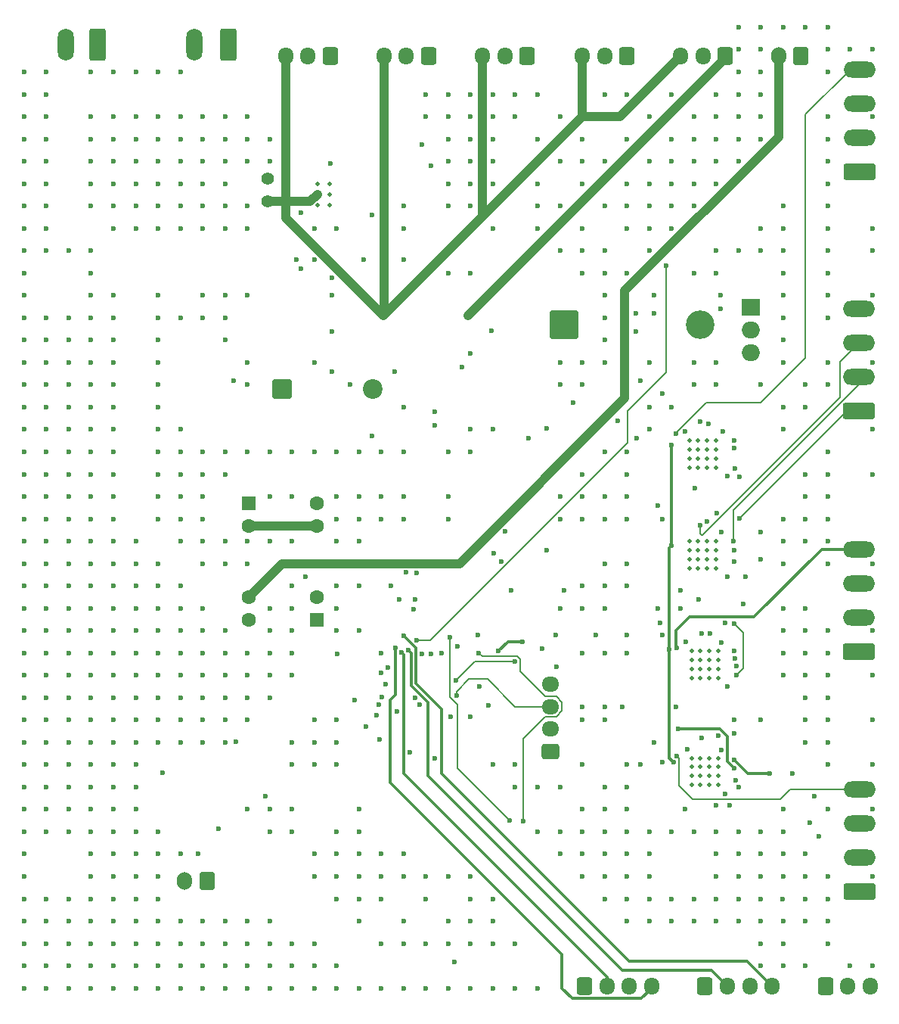
<source format=gbr>
%TF.GenerationSoftware,KiCad,Pcbnew,9.0.2*%
%TF.CreationDate,2025-12-04T18:58:38+01:00*%
%TF.ProjectId,TechStarter,54656368-5374-4617-9274-65722e6b6963,rev?*%
%TF.SameCoordinates,Original*%
%TF.FileFunction,Copper,L3,Inr*%
%TF.FilePolarity,Positive*%
%FSLAX46Y46*%
G04 Gerber Fmt 4.6, Leading zero omitted, Abs format (unit mm)*
G04 Created by KiCad (PCBNEW 9.0.2) date 2025-12-04 18:58:38*
%MOMM*%
%LPD*%
G01*
G04 APERTURE LIST*
G04 Aperture macros list*
%AMRoundRect*
0 Rectangle with rounded corners*
0 $1 Rounding radius*
0 $2 $3 $4 $5 $6 $7 $8 $9 X,Y pos of 4 corners*
0 Add a 4 corners polygon primitive as box body*
4,1,4,$2,$3,$4,$5,$6,$7,$8,$9,$2,$3,0*
0 Add four circle primitives for the rounded corners*
1,1,$1+$1,$2,$3*
1,1,$1+$1,$4,$5*
1,1,$1+$1,$6,$7*
1,1,$1+$1,$8,$9*
0 Add four rect primitives between the rounded corners*
20,1,$1+$1,$2,$3,$4,$5,0*
20,1,$1+$1,$4,$5,$6,$7,0*
20,1,$1+$1,$6,$7,$8,$9,0*
20,1,$1+$1,$8,$9,$2,$3,0*%
G04 Aperture macros list end*
%TA.AperFunction,ComponentPad*%
%ADD10RoundRect,0.250000X0.600000X0.725000X-0.600000X0.725000X-0.600000X-0.725000X0.600000X-0.725000X0*%
%TD*%
%TA.AperFunction,ComponentPad*%
%ADD11O,1.700000X1.950000*%
%TD*%
%TA.AperFunction,ComponentPad*%
%ADD12RoundRect,0.250000X-0.600000X-0.725000X0.600000X-0.725000X0.600000X0.725000X-0.600000X0.725000X0*%
%TD*%
%TA.AperFunction,ComponentPad*%
%ADD13RoundRect,0.250000X0.650000X1.550000X-0.650000X1.550000X-0.650000X-1.550000X0.650000X-1.550000X0*%
%TD*%
%TA.AperFunction,ComponentPad*%
%ADD14O,1.800000X3.600000*%
%TD*%
%TA.AperFunction,ComponentPad*%
%ADD15RoundRect,0.250000X1.550000X-0.650000X1.550000X0.650000X-1.550000X0.650000X-1.550000X-0.650000X0*%
%TD*%
%TA.AperFunction,ComponentPad*%
%ADD16O,3.600000X1.800000*%
%TD*%
%TA.AperFunction,ComponentPad*%
%ADD17RoundRect,0.249999X-0.850001X-0.850001X0.850001X-0.850001X0.850001X0.850001X-0.850001X0.850001X0*%
%TD*%
%TA.AperFunction,ComponentPad*%
%ADD18C,2.200000*%
%TD*%
%TA.AperFunction,HeatsinkPad*%
%ADD19C,0.500000*%
%TD*%
%TA.AperFunction,ComponentPad*%
%ADD20RoundRect,0.250000X0.550000X0.550000X-0.550000X0.550000X-0.550000X-0.550000X0.550000X-0.550000X0*%
%TD*%
%TA.AperFunction,ComponentPad*%
%ADD21C,1.600000*%
%TD*%
%TA.AperFunction,ComponentPad*%
%ADD22RoundRect,0.250000X0.725000X-0.600000X0.725000X0.600000X-0.725000X0.600000X-0.725000X-0.600000X0*%
%TD*%
%TA.AperFunction,ComponentPad*%
%ADD23O,1.950000X1.700000*%
%TD*%
%TA.AperFunction,ComponentPad*%
%ADD24RoundRect,0.250000X-0.550000X-0.550000X0.550000X-0.550000X0.550000X0.550000X-0.550000X0.550000X0*%
%TD*%
%TA.AperFunction,ComponentPad*%
%ADD25RoundRect,0.250000X0.600000X0.750000X-0.600000X0.750000X-0.600000X-0.750000X0.600000X-0.750000X0*%
%TD*%
%TA.AperFunction,ComponentPad*%
%ADD26O,1.700000X2.000000*%
%TD*%
%TA.AperFunction,ComponentPad*%
%ADD27RoundRect,0.250000X-1.350000X-1.350000X1.350000X-1.350000X1.350000X1.350000X-1.350000X1.350000X0*%
%TD*%
%TA.AperFunction,ComponentPad*%
%ADD28C,3.200000*%
%TD*%
%TA.AperFunction,ComponentPad*%
%ADD29C,1.400000*%
%TD*%
%TA.AperFunction,ComponentPad*%
%ADD30R,2.000000X1.905000*%
%TD*%
%TA.AperFunction,ComponentPad*%
%ADD31O,2.000000X1.905000*%
%TD*%
%TA.AperFunction,ViaPad*%
%ADD32C,0.600000*%
%TD*%
%TA.AperFunction,Conductor*%
%ADD33C,1.000000*%
%TD*%
%TA.AperFunction,Conductor*%
%ADD34C,0.200000*%
%TD*%
%TA.AperFunction,Conductor*%
%ADD35C,0.300000*%
%TD*%
G04 APERTURE END LIST*
D10*
%TO.N,+3.3V*%
%TO.C,J7*%
X235000000Y-30695000D03*
D11*
%TO.N,IS5*%
X232500000Y-30695000D03*
%TO.N,GND*%
X230000000Y-30695000D03*
%TD*%
D12*
%TO.N,+3.3V*%
%TO.C,J9*%
X257250000Y-134805000D03*
D11*
%TO.N,IS1*%
X259750000Y-134805000D03*
%TO.N,GND*%
X262250000Y-134805000D03*
%TD*%
D12*
%TO.N,+3.3V*%
%TO.C,J18*%
X243750000Y-134805000D03*
D11*
%TO.N,EB1*%
X246250000Y-134805000D03*
%TO.N,+3.3V*%
X248750000Y-134805000D03*
%TO.N,EB2*%
X251250000Y-134805000D03*
%TD*%
D13*
%TO.N,+24V*%
%TO.C,J16*%
X190350000Y-29432500D03*
D14*
%TO.N,Net-(D4-A)*%
X186540000Y-29432500D03*
%TD*%
D15*
%TO.N,Net-(J2-Pin_1)*%
%TO.C,J2*%
X261067500Y-43660000D03*
D16*
%TO.N,Net-(J2-Pin_2)*%
X261067500Y-39850000D03*
%TO.N,Net-(J2-Pin_3)*%
X261067500Y-36040000D03*
%TO.N,Net-(J2-Pin_4)*%
X261067500Y-32230000D03*
%TD*%
D17*
%TO.N,Net-(D1-K)*%
%TO.C,D1*%
X196420000Y-68000000D03*
D18*
%TO.N,GND*%
X206580000Y-68000000D03*
%TD*%
D19*
%TO.N,GND*%
%TO.C,U12*%
X200350000Y-45000000D03*
X200350000Y-46200000D03*
X200350000Y-47400000D03*
X201750000Y-45000000D03*
X201750000Y-46200000D03*
X201750000Y-47400000D03*
%TD*%
D12*
%TO.N,+3.3V*%
%TO.C,J15*%
X230250000Y-134805000D03*
D11*
%TO.N,EB3*%
X232750000Y-134805000D03*
%TO.N,+3.3V*%
X235250000Y-134805000D03*
%TO.N,EB4*%
X237750000Y-134805000D03*
%TD*%
D20*
%TO.N,Net-(R11-Pad2)*%
%TO.C,U10*%
X200305000Y-93775000D03*
D21*
%TO.N,GND*%
X200305000Y-91235000D03*
%TO.N,Net-(J3-Pin_2)*%
X192685000Y-91235000D03*
%TO.N,+24V*%
X192685000Y-93775000D03*
%TD*%
D19*
%TO.N,GND*%
%TO.C,U8*%
X242235000Y-109250000D03*
X242235000Y-110250000D03*
X242235000Y-111250000D03*
X242235000Y-112250000D03*
X243235000Y-109250000D03*
X243235000Y-110250000D03*
X243235000Y-111250000D03*
X243235000Y-112250000D03*
X244235000Y-109250000D03*
X244235000Y-110250000D03*
X244235000Y-111250000D03*
X244235000Y-112250000D03*
X245235000Y-109250000D03*
X245235000Y-110250000D03*
X245235000Y-111250000D03*
X245235000Y-112250000D03*
%TD*%
D22*
%TO.N,+5V*%
%TO.C,J14*%
X226475000Y-108500000D03*
D23*
%TO.N,TX6*%
X226475000Y-106000000D03*
%TO.N,RX6*%
X226475000Y-103500000D03*
%TO.N,GND*%
X226475000Y-101000000D03*
%TD*%
D10*
%TO.N,+3.3V*%
%TO.C,J10*%
X212800000Y-30695000D03*
D11*
%TO.N,IS2*%
X210300000Y-30695000D03*
%TO.N,GND*%
X207800000Y-30695000D03*
%TD*%
D15*
%TO.N,Net-(J1-Pin_1)*%
%TO.C,J1*%
X261000000Y-70430000D03*
D16*
%TO.N,Net-(J1-Pin_2)*%
X261000000Y-66620000D03*
%TO.N,Net-(J1-Pin_3)*%
X261000000Y-62810000D03*
%TO.N,Net-(J1-Pin_4)*%
X261000000Y-59000000D03*
%TD*%
D10*
%TO.N,+3.3V*%
%TO.C,J11*%
X201800000Y-30695000D03*
D11*
%TO.N,IS3*%
X199300000Y-30695000D03*
%TO.N,GND*%
X196800000Y-30695000D03*
%TD*%
D13*
%TO.N,GND*%
%TO.C,J13*%
X175695000Y-29432500D03*
D14*
%TO.N,+24V*%
X172195000Y-29432500D03*
%TD*%
D24*
%TO.N,Net-(R20-Pad1)*%
%TO.C,U9*%
X192695000Y-80725000D03*
D21*
%TO.N,GND*%
X192695000Y-83265000D03*
X200315000Y-83265000D03*
%TO.N,OutputFromRobot*%
X200315000Y-80725000D03*
%TD*%
D19*
%TO.N,GND*%
%TO.C,U2*%
X241985000Y-73750000D03*
X241985000Y-74750000D03*
X241985000Y-75750000D03*
X241985000Y-76750000D03*
X242985000Y-73750000D03*
X242985000Y-74750000D03*
X242985000Y-75750000D03*
X242985000Y-76750000D03*
X243985000Y-73750000D03*
X243985000Y-74750000D03*
X243985000Y-75750000D03*
X243985000Y-76750000D03*
X244985000Y-73750000D03*
X244985000Y-74750000D03*
X244985000Y-75750000D03*
X244985000Y-76750000D03*
%TD*%
D25*
%TO.N,Net-(J3-Pin_1)*%
%TO.C,J3*%
X254500000Y-30695000D03*
D26*
%TO.N,Net-(J3-Pin_2)*%
X252000000Y-30695000D03*
%TD*%
D19*
%TO.N,GND*%
%TO.C,U6*%
X242235000Y-97300000D03*
X242235000Y-98300000D03*
X242235000Y-99300000D03*
X242235000Y-100300000D03*
X243235000Y-97300000D03*
X243235000Y-98300000D03*
X243235000Y-99300000D03*
X243235000Y-100300000D03*
X244235000Y-97300000D03*
X244235000Y-98300000D03*
X244235000Y-99300000D03*
X244235000Y-100300000D03*
X245235000Y-97300000D03*
X245235000Y-98300000D03*
X245235000Y-99300000D03*
X245235000Y-100300000D03*
%TD*%
D10*
%TO.N,+3.3V*%
%TO.C,J8*%
X223850000Y-30695000D03*
D11*
%TO.N,IS6*%
X221350000Y-30695000D03*
%TO.N,GND*%
X218850000Y-30695000D03*
%TD*%
D25*
%TO.N,+BATT*%
%TO.C,J17*%
X188000000Y-123000000D03*
D26*
%TO.N,GND*%
X185500000Y-123000000D03*
%TD*%
D15*
%TO.N,Net-(J4-Pin_1)*%
%TO.C,J4*%
X261000000Y-97370000D03*
D16*
%TO.N,Net-(J4-Pin_2)*%
X261000000Y-93560000D03*
%TO.N,Net-(J4-Pin_3)*%
X261000000Y-89750000D03*
%TO.N,Net-(J4-Pin_4)*%
X261000000Y-85940000D03*
%TD*%
D27*
%TO.N,+24V*%
%TO.C,D4*%
X227995000Y-60750000D03*
D28*
%TO.N,Net-(D4-A)*%
X243235000Y-60750000D03*
%TD*%
D29*
%TO.N,Net-(U12-TEMP)*%
%TO.C,TH1*%
X194750000Y-44460000D03*
%TO.N,GND*%
X194750000Y-47000000D03*
%TD*%
D15*
%TO.N,Net-(J6-Pin_1)*%
%TO.C,J6*%
X261067500Y-124160000D03*
D16*
%TO.N,Net-(J6-Pin_2)*%
X261067500Y-120350000D03*
%TO.N,Net-(J6-Pin_3)*%
X261067500Y-116540000D03*
%TO.N,Net-(J6-Pin_4)*%
X261067500Y-112730000D03*
%TD*%
D19*
%TO.N,GND*%
%TO.C,U3*%
X241985000Y-85000000D03*
X241985000Y-86000000D03*
X241985000Y-87000000D03*
X241985000Y-88000000D03*
X242985000Y-85000000D03*
X242985000Y-86000000D03*
X242985000Y-87000000D03*
X242985000Y-88000000D03*
X243985000Y-85000000D03*
X243985000Y-86000000D03*
X243985000Y-87000000D03*
X243985000Y-88000000D03*
X244985000Y-85000000D03*
X244985000Y-86000000D03*
X244985000Y-87000000D03*
X244985000Y-88000000D03*
%TD*%
D10*
%TO.N,+3.3V*%
%TO.C,J5*%
X246000000Y-30695000D03*
D11*
%TO.N,IS4*%
X243500000Y-30695000D03*
%TO.N,GND*%
X241000000Y-30695000D03*
%TD*%
D30*
%TO.N,Net-(Q3-G)*%
%TO.C,Q3*%
X248875000Y-58870000D03*
D31*
%TO.N,Net-(D4-A)*%
X248875000Y-61410000D03*
%TO.N,GND*%
X248875000Y-63950000D03*
%TD*%
D32*
%TO.N,GND*%
X232500000Y-122500000D03*
X182500000Y-57500000D03*
X257500000Y-27500000D03*
X205000000Y-117500000D03*
X167500000Y-110000000D03*
X192500000Y-37500000D03*
X252500000Y-60000000D03*
X197500000Y-135000000D03*
X172500000Y-82500000D03*
X180000000Y-47500000D03*
X195000000Y-83265000D03*
X192500000Y-40000000D03*
X170000000Y-52500000D03*
X230000000Y-77500000D03*
X175000000Y-72500000D03*
X172500000Y-102500000D03*
X240000000Y-117500000D03*
X170000000Y-47500000D03*
X245500000Y-59000000D03*
X235000000Y-55000000D03*
X182500000Y-47500000D03*
X180000000Y-37500000D03*
X230000000Y-82500000D03*
X191000000Y-67000000D03*
X257500000Y-100000000D03*
X245000000Y-37500000D03*
X217500000Y-40000000D03*
X190000000Y-47500000D03*
X232500000Y-52500000D03*
X217500000Y-45000000D03*
X195000000Y-85000000D03*
X232500000Y-57500000D03*
X247500000Y-30000000D03*
X190000000Y-62500000D03*
X232500000Y-62500000D03*
X202500000Y-110000000D03*
X235000000Y-45000000D03*
X230000000Y-92500000D03*
X202000000Y-66000000D03*
X167500000Y-32500000D03*
X172500000Y-127500000D03*
X257500000Y-57500000D03*
X217500000Y-75000000D03*
X252500000Y-122500000D03*
X175000000Y-135000000D03*
X227500000Y-65000000D03*
X195000000Y-97500000D03*
X257500000Y-47500000D03*
X235000000Y-47500000D03*
X177500000Y-97500000D03*
X187500000Y-105000000D03*
X202000000Y-55500000D03*
X190000000Y-45000000D03*
X235000000Y-115000000D03*
X175000000Y-47500000D03*
X167500000Y-35000000D03*
X195000000Y-130000000D03*
X257500000Y-122500000D03*
X202500000Y-105000000D03*
X245000000Y-52500000D03*
X172500000Y-60000000D03*
X177500000Y-135000000D03*
X180000000Y-125000000D03*
X175000000Y-60000000D03*
X167500000Y-55000000D03*
X239000000Y-68500000D03*
X170000000Y-102500000D03*
X187500000Y-85000000D03*
X185000000Y-107500000D03*
X220000000Y-47500000D03*
X225000000Y-40000000D03*
X257500000Y-107500000D03*
X190000000Y-107500000D03*
X185000000Y-42500000D03*
X217500000Y-125000000D03*
X252500000Y-62500000D03*
X255000000Y-107500000D03*
X252500000Y-127500000D03*
X256500000Y-118000000D03*
X208000000Y-101000000D03*
X197500000Y-97500000D03*
X255000000Y-82500000D03*
X180000000Y-40000000D03*
X180000000Y-117500000D03*
X175000000Y-87500000D03*
X215000000Y-127500000D03*
X167500000Y-87500000D03*
X250000000Y-40000000D03*
X187500000Y-135000000D03*
X241000000Y-92500000D03*
X262500000Y-30000000D03*
X207500000Y-120000000D03*
X230000000Y-52500000D03*
X177500000Y-62500000D03*
X180000000Y-112500000D03*
X190000000Y-77500000D03*
X180000000Y-32500000D03*
X257500000Y-37500000D03*
X245000000Y-120000000D03*
X172500000Y-125000000D03*
X175000000Y-82500000D03*
X167500000Y-70000000D03*
X255000000Y-67500000D03*
X170000000Y-77500000D03*
X175000000Y-102500000D03*
X167500000Y-72500000D03*
X239000000Y-95500000D03*
X200000000Y-110000000D03*
X195000000Y-100000000D03*
X202500000Y-80000000D03*
X220000000Y-127500000D03*
X195000000Y-132500000D03*
X170000000Y-37500000D03*
X182500000Y-135000000D03*
X185000000Y-102500000D03*
X262500000Y-77500000D03*
X202500000Y-82500000D03*
X170000000Y-62500000D03*
X238000000Y-57500000D03*
X254972500Y-127527500D03*
X255000000Y-97500000D03*
X200000000Y-75000000D03*
X170000000Y-45000000D03*
X167500000Y-102500000D03*
X215000000Y-122500000D03*
X262500000Y-110000000D03*
X205000000Y-90000000D03*
X262500000Y-72500000D03*
X172500000Y-85000000D03*
X180000000Y-95000000D03*
X192500000Y-50000000D03*
X187500000Y-127500000D03*
X192500000Y-87500000D03*
X190000000Y-57500000D03*
X217500000Y-47500000D03*
X232500000Y-82500000D03*
X255000000Y-122500000D03*
X177500000Y-87500000D03*
X255000000Y-100000000D03*
X187500000Y-107500000D03*
X177500000Y-110000000D03*
X190000000Y-95000000D03*
X232500000Y-103500000D03*
X177500000Y-100000000D03*
X230000000Y-97500000D03*
X167500000Y-47500000D03*
X182500000Y-62500000D03*
X252500000Y-27500000D03*
X195000000Y-95000000D03*
X190000000Y-97500000D03*
X187500000Y-97500000D03*
X200000000Y-65000000D03*
X172500000Y-62500000D03*
X236000000Y-61500000D03*
X205000000Y-115000000D03*
X237500000Y-37500000D03*
X250000000Y-27500000D03*
X175000000Y-45000000D03*
X252500000Y-85000000D03*
X197500000Y-90000000D03*
X262500000Y-57500000D03*
X235000000Y-125000000D03*
X247500000Y-122500000D03*
X230000000Y-65000000D03*
X237500000Y-117500000D03*
X217500000Y-37500000D03*
X170000000Y-107500000D03*
X205000000Y-75000000D03*
X250000000Y-117500000D03*
X235000000Y-110000000D03*
X180000000Y-100000000D03*
X170000000Y-100000000D03*
X255000000Y-105000000D03*
X230000000Y-42500000D03*
X185000000Y-97500000D03*
X255000000Y-132500000D03*
X177500000Y-47500000D03*
X172500000Y-92500000D03*
X225000000Y-135000000D03*
X250000000Y-127500000D03*
X235000000Y-90000000D03*
X190000000Y-132500000D03*
X177500000Y-75000000D03*
X175000000Y-40000000D03*
X235000000Y-117500000D03*
X197500000Y-92500000D03*
X227500000Y-112500000D03*
X250000000Y-67500000D03*
X250000000Y-125000000D03*
X167500000Y-50000000D03*
X230000000Y-55000000D03*
X205000000Y-82500000D03*
X182500000Y-40000000D03*
X167500000Y-105000000D03*
X175000000Y-52500000D03*
X170000000Y-87500000D03*
X204000000Y-67500000D03*
X172500000Y-90000000D03*
X200000000Y-120000000D03*
X182500000Y-60000000D03*
X232500000Y-60000000D03*
X185000000Y-60000000D03*
X227500000Y-42500000D03*
X175000000Y-132500000D03*
X177500000Y-70000000D03*
X255000000Y-95000000D03*
X212500000Y-122500000D03*
X172500000Y-72500000D03*
X197500000Y-110000000D03*
X167500000Y-112500000D03*
X238500000Y-81000000D03*
X190000000Y-50000000D03*
X212500000Y-35000000D03*
X187500000Y-42500000D03*
X220000000Y-72500000D03*
X197500000Y-115000000D03*
X227500000Y-82500000D03*
X222500000Y-35000000D03*
X262500000Y-52500000D03*
X182500000Y-90000000D03*
X257500000Y-115000000D03*
X227000000Y-95500000D03*
X245000000Y-67500000D03*
X210000000Y-50000000D03*
X207500000Y-135000000D03*
X180000000Y-87500000D03*
X252500000Y-82500000D03*
X177500000Y-125000000D03*
X252500000Y-87500000D03*
X172500000Y-52500000D03*
X257500000Y-125000000D03*
X232500000Y-65000000D03*
X182500000Y-122500000D03*
X257500000Y-87500000D03*
X242500000Y-117500000D03*
X257500000Y-97500000D03*
X177500000Y-60000000D03*
X210000000Y-53500000D03*
X167500000Y-80000000D03*
X170000000Y-132500000D03*
X190000000Y-135000000D03*
X242500000Y-65000000D03*
X187500000Y-75000000D03*
X240000000Y-40000000D03*
X252500000Y-117500000D03*
X187000000Y-120000000D03*
X210000000Y-120000000D03*
X172500000Y-112500000D03*
X245000000Y-125000000D03*
X177500000Y-95000000D03*
X255000000Y-92500000D03*
X187500000Y-40000000D03*
X180000000Y-97500000D03*
X250000000Y-32500000D03*
X192500000Y-132500000D03*
X257500000Y-40000000D03*
X187500000Y-130000000D03*
X175000000Y-70000000D03*
X202500000Y-85000000D03*
X232500000Y-97500000D03*
X195000000Y-127500000D03*
X238000000Y-59500000D03*
X250000000Y-35000000D03*
X220000000Y-135000000D03*
X177500000Y-112500000D03*
X172500000Y-75000000D03*
X175000000Y-110000000D03*
X167500000Y-95000000D03*
X170000000Y-82500000D03*
X202500000Y-120000000D03*
X235000000Y-112500000D03*
X182500000Y-82500000D03*
X167500000Y-90000000D03*
X177500000Y-42500000D03*
X170000000Y-65000000D03*
X225000000Y-47500000D03*
X177500000Y-57500000D03*
X242500000Y-37500000D03*
X192500000Y-85000000D03*
X247500000Y-40000000D03*
X175000000Y-92500000D03*
X185000000Y-105000000D03*
X262500000Y-100000000D03*
X192500000Y-67500000D03*
X238000000Y-107500000D03*
X227500000Y-47500000D03*
X262500000Y-115000000D03*
X195000000Y-80000000D03*
X167500000Y-120000000D03*
X182500000Y-75000000D03*
X200000000Y-130000000D03*
X252500000Y-57500000D03*
X241000000Y-90500000D03*
X185000000Y-95000000D03*
X177500000Y-45000000D03*
X197500000Y-130000000D03*
X180000000Y-102500000D03*
X202500000Y-122500000D03*
X217500000Y-35000000D03*
X256000000Y-113500000D03*
X202500000Y-95000000D03*
X205000000Y-120000000D03*
X229000000Y-69500000D03*
X185000000Y-47500000D03*
X232500000Y-90000000D03*
X172500000Y-77500000D03*
X247500000Y-27500000D03*
X257500000Y-95000000D03*
X252500000Y-100000000D03*
X257500000Y-110000000D03*
X170000000Y-112500000D03*
X170000000Y-135000000D03*
X185000000Y-80000000D03*
X180000000Y-50000000D03*
X187500000Y-82500000D03*
X175000000Y-117500000D03*
X180000000Y-122500000D03*
X245000000Y-45000000D03*
X262500000Y-132500000D03*
X177500000Y-102500000D03*
X177500000Y-50000000D03*
X257500000Y-75000000D03*
X167500000Y-62500000D03*
X192500000Y-102500000D03*
X185000000Y-50000000D03*
X170000000Y-130000000D03*
X257500000Y-82500000D03*
X175000000Y-80000000D03*
X197500000Y-80000000D03*
X216000000Y-96750000D03*
X227500000Y-117500000D03*
X243000000Y-91500000D03*
X182500000Y-32500000D03*
X182500000Y-105000000D03*
X257500000Y-32500000D03*
X180000000Y-45000000D03*
X232500000Y-80000000D03*
X242500000Y-40000000D03*
X235000000Y-75000000D03*
X255000000Y-120000000D03*
X180000000Y-110000000D03*
X202500000Y-50000000D03*
X195000000Y-135000000D03*
X210000000Y-127500000D03*
X170000000Y-95000000D03*
X213500000Y-70500000D03*
X170000000Y-40000000D03*
X172500000Y-95000000D03*
X175000000Y-47500000D03*
X217500000Y-42500000D03*
X215000000Y-75000000D03*
X252472500Y-125027500D03*
X192500000Y-100000000D03*
X236000000Y-59500000D03*
X200000000Y-135000000D03*
X175000000Y-90000000D03*
X235000000Y-87500000D03*
X182500000Y-80000000D03*
X187500000Y-80000000D03*
X232500000Y-117500000D03*
X177500000Y-117500000D03*
X170000000Y-75000000D03*
X177500000Y-77500000D03*
X182500000Y-132500000D03*
X235000000Y-82500000D03*
X259972500Y-132527500D03*
X185000000Y-45000000D03*
X247000000Y-106500000D03*
X170000000Y-105000000D03*
X237500000Y-50000000D03*
X247500000Y-35000000D03*
X257500000Y-67500000D03*
X175000000Y-75000000D03*
X197750000Y-49750000D03*
X177500000Y-72500000D03*
X170000000Y-50000000D03*
X237500000Y-70000000D03*
X180000000Y-92500000D03*
X250000000Y-87000000D03*
X227500000Y-67500000D03*
X172500000Y-110000000D03*
X180000000Y-105000000D03*
X220000000Y-37500000D03*
X202000000Y-61500000D03*
X245000000Y-117500000D03*
X242500000Y-67500000D03*
X177500000Y-105000000D03*
X195000000Y-117500000D03*
X210000000Y-80000000D03*
X172500000Y-105000000D03*
X257500000Y-52500000D03*
X210000000Y-122500000D03*
X170000000Y-70000000D03*
X210000000Y-47500000D03*
X257500000Y-42500000D03*
X182500000Y-70000000D03*
X195000000Y-92500000D03*
X220000000Y-110000000D03*
X242500000Y-55000000D03*
X195000000Y-40000000D03*
X232500000Y-47500000D03*
X197500000Y-95000000D03*
X197500000Y-83265000D03*
X240500000Y-103500000D03*
X177500000Y-90000000D03*
X177500000Y-92500000D03*
X250000000Y-105000000D03*
X215000000Y-130000000D03*
X205000000Y-127500000D03*
X237500000Y-65000000D03*
X177500000Y-115000000D03*
X175000000Y-115000000D03*
X190000000Y-127500000D03*
X187500000Y-95000000D03*
X262500000Y-65000000D03*
X220000000Y-130000000D03*
X177500000Y-37500000D03*
X177500000Y-40000000D03*
X245000000Y-65000000D03*
X172500000Y-87500000D03*
X247500000Y-52500000D03*
X252500000Y-72500000D03*
X167500000Y-130000000D03*
X237500000Y-125000000D03*
X197500000Y-100000000D03*
X237500000Y-120000000D03*
X245500000Y-57500000D03*
X242500000Y-127500000D03*
X177500000Y-82500000D03*
X200000000Y-107500000D03*
X212500000Y-125000000D03*
X212500000Y-135000000D03*
X170000000Y-40000000D03*
X187500000Y-57500000D03*
X185000000Y-130000000D03*
X230000000Y-45000000D03*
X257500000Y-55000000D03*
X197500000Y-107500000D03*
X175000000Y-130000000D03*
X230000000Y-110000000D03*
X215000000Y-82500000D03*
X190000000Y-100000000D03*
X225000000Y-45000000D03*
X185000000Y-40000000D03*
X250000000Y-52500000D03*
X237500000Y-47500000D03*
X192500000Y-130000000D03*
X190000000Y-60000000D03*
X252500000Y-132500000D03*
X177500000Y-127500000D03*
X197500000Y-75000000D03*
X175000000Y-127500000D03*
X217500000Y-122500000D03*
X255000000Y-102500000D03*
X180000000Y-107500000D03*
X217500000Y-127500000D03*
X253500000Y-111000000D03*
X185000000Y-85000000D03*
X190000000Y-102500000D03*
X207500000Y-82500000D03*
X260000000Y-30000000D03*
X232500000Y-75000000D03*
X175000000Y-77500000D03*
X252500000Y-130000000D03*
X205000000Y-95000000D03*
X167500000Y-92500000D03*
X195000000Y-102500000D03*
X252500000Y-50000000D03*
X195000000Y-115000000D03*
X182500000Y-102500000D03*
X217500000Y-55000000D03*
X207500000Y-122500000D03*
X167500000Y-57500000D03*
X182500000Y-47500000D03*
X240000000Y-70000000D03*
X182500000Y-100000000D03*
X175000000Y-95000000D03*
X222500000Y-110000000D03*
X247500000Y-32500000D03*
X257500000Y-50000000D03*
X167500000Y-107500000D03*
X187500000Y-77500000D03*
X202500000Y-125000000D03*
X182500000Y-42500000D03*
X177500000Y-65000000D03*
X230000000Y-35000000D03*
X182500000Y-117500000D03*
X180000000Y-127500000D03*
X247000000Y-105000000D03*
X250000000Y-30000000D03*
X190000000Y-85000000D03*
X185000000Y-90000000D03*
X220000000Y-45000000D03*
X215000000Y-55000000D03*
X182500000Y-65000000D03*
X172500000Y-135000000D03*
X170000000Y-80000000D03*
X230000000Y-65000000D03*
X232500000Y-105000000D03*
X205000000Y-80000000D03*
X252500000Y-95000000D03*
X167500000Y-117500000D03*
X187500000Y-60000000D03*
X242500000Y-42500000D03*
X215000000Y-80000000D03*
X175000000Y-125000000D03*
X182500000Y-37500000D03*
X190000000Y-37500000D03*
X237500000Y-122500000D03*
X232500000Y-35000000D03*
X255000000Y-80000000D03*
X180000000Y-90000000D03*
X170000000Y-117500000D03*
X207800000Y-45000000D03*
X170000000Y-42500000D03*
X235000000Y-120000000D03*
X217500000Y-72500000D03*
X225000000Y-50000000D03*
X172500000Y-65000000D03*
X185000000Y-32500000D03*
X235000000Y-80000000D03*
X182500000Y-125000000D03*
X180000000Y-85000000D03*
X202500000Y-82500000D03*
X180000000Y-42500000D03*
X238500000Y-92500000D03*
X207500000Y-130000000D03*
X167500000Y-82500000D03*
X257500000Y-80000000D03*
X185000000Y-82500000D03*
X175000000Y-122500000D03*
X185000000Y-75000000D03*
X182500000Y-127500000D03*
X240000000Y-42500000D03*
X222500000Y-112500000D03*
X237500000Y-72500000D03*
X225000000Y-35000000D03*
X190000000Y-130000000D03*
X247500000Y-125000000D03*
X167500000Y-100000000D03*
X167500000Y-60000000D03*
X192500000Y-42500000D03*
X175000000Y-67500000D03*
X235000000Y-97500000D03*
X220000000Y-40000000D03*
X227500000Y-52500000D03*
X170000000Y-110000000D03*
X207000000Y-104500000D03*
X192500000Y-115000000D03*
X246500000Y-114500000D03*
X187500000Y-100000000D03*
X192500000Y-65000000D03*
X213500000Y-72000000D03*
X182500000Y-87500000D03*
X252500000Y-92500000D03*
X177500000Y-107500000D03*
X247500000Y-120000000D03*
X175000000Y-112500000D03*
X170000000Y-97500000D03*
X200000000Y-132500000D03*
X182500000Y-77500000D03*
X167500000Y-122500000D03*
X240000000Y-125000000D03*
X245000000Y-114500000D03*
X172500000Y-70000000D03*
X220000000Y-35000000D03*
X170000000Y-60000000D03*
X175000000Y-37500000D03*
X180000000Y-135000000D03*
X215000000Y-42500000D03*
X177500000Y-42500000D03*
X232500000Y-115000000D03*
X255000000Y-27500000D03*
X167500000Y-125000000D03*
X250000000Y-84000000D03*
X172500000Y-107500000D03*
X172500000Y-100000000D03*
X257472500Y-130027500D03*
X215000000Y-45000000D03*
X245000000Y-35000000D03*
X192500000Y-47500000D03*
X237500000Y-127500000D03*
X237500000Y-52500000D03*
X262500000Y-37500000D03*
X167500000Y-135000000D03*
X187500000Y-102500000D03*
X205500000Y-53500000D03*
X182500000Y-50000000D03*
X185000000Y-92500000D03*
X247500000Y-42500000D03*
X185000000Y-77500000D03*
X237500000Y-45000000D03*
X200000000Y-122500000D03*
X252500000Y-120000000D03*
X257500000Y-60000000D03*
X230000000Y-40000000D03*
X220000000Y-50000000D03*
X250000000Y-50000000D03*
X172500000Y-130000000D03*
X228000000Y-90500000D03*
X192500000Y-105000000D03*
X205000000Y-122500000D03*
X170000000Y-67500000D03*
X227500000Y-80000000D03*
X192500000Y-75000000D03*
X252500000Y-65000000D03*
X222500000Y-130000000D03*
X212500000Y-130000000D03*
X262500000Y-87500000D03*
X177500000Y-130000000D03*
X225000000Y-112500000D03*
X172500000Y-67500000D03*
X198500000Y-54500000D03*
X249972500Y-122527500D03*
X190000000Y-40000000D03*
X167500000Y-67500000D03*
X167500000Y-37500000D03*
X232500000Y-92500000D03*
X185000000Y-120000000D03*
X241500000Y-115000000D03*
X252500000Y-55000000D03*
X217500000Y-130000000D03*
X240000000Y-127500000D03*
X230000000Y-67500000D03*
X175000000Y-85000000D03*
X202500000Y-132500000D03*
X257500000Y-102500000D03*
X185000000Y-135000000D03*
X245000000Y-122500000D03*
X175000000Y-120000000D03*
X262500000Y-122500000D03*
X242500000Y-47500000D03*
X192500000Y-127500000D03*
X217500000Y-64000000D03*
X257500000Y-105000000D03*
X167500000Y-40000000D03*
X235000000Y-40000000D03*
X175000000Y-55000000D03*
X232500000Y-112500000D03*
X177500000Y-122500000D03*
X185000000Y-100000000D03*
X210000000Y-130000000D03*
X182500000Y-120000000D03*
X230000000Y-50000000D03*
X255000000Y-70000000D03*
X170000000Y-92500000D03*
X202500000Y-90000000D03*
X190000000Y-87500000D03*
X170000000Y-90000000D03*
X235000000Y-127500000D03*
X255000000Y-77500000D03*
X167500000Y-42500000D03*
X252500000Y-70000000D03*
X216500000Y-65500000D03*
X172500000Y-97500000D03*
X202500000Y-75000000D03*
X185000000Y-127500000D03*
X247500000Y-117500000D03*
X235000000Y-77500000D03*
X170000000Y-35000000D03*
X237500000Y-70000000D03*
X167500000Y-97500000D03*
X185000000Y-132500000D03*
X252500000Y-115000000D03*
X192500000Y-135000000D03*
X230000000Y-122500000D03*
X170000000Y-85000000D03*
X185000000Y-72500000D03*
X175000000Y-42500000D03*
X232500000Y-120000000D03*
X202000000Y-57500000D03*
X220000000Y-42500000D03*
X175000000Y-57500000D03*
X167500000Y-132500000D03*
X239000000Y-82500000D03*
X207500000Y-75000000D03*
X237500000Y-42500000D03*
X245000000Y-55000000D03*
X170000000Y-115000000D03*
X175000000Y-62500000D03*
X232500000Y-125000000D03*
X232500000Y-42500000D03*
X232500000Y-87500000D03*
X187500000Y-50000000D03*
X167500000Y-75000000D03*
X182500000Y-130000000D03*
X167500000Y-52500000D03*
X245000000Y-127500000D03*
X197500000Y-117500000D03*
X215000000Y-135000000D03*
X207500000Y-97500000D03*
X235000000Y-122500000D03*
X250000000Y-132500000D03*
X215000000Y-37500000D03*
X247500000Y-127500000D03*
X209000000Y-66000000D03*
X262500000Y-95000000D03*
X197500000Y-132500000D03*
X180000000Y-132500000D03*
X257500000Y-30000000D03*
X210000000Y-70000000D03*
X235000000Y-50000000D03*
X215000000Y-40000000D03*
X167500000Y-115000000D03*
X210000000Y-82500000D03*
X242500000Y-125000000D03*
X202500000Y-92500000D03*
X175000000Y-65000000D03*
X172500000Y-117500000D03*
X234500000Y-103500000D03*
X177500000Y-67500000D03*
X167500000Y-45000000D03*
X205000000Y-125000000D03*
X230000000Y-90000000D03*
X252500000Y-47500000D03*
X187500000Y-87500000D03*
X262500000Y-50000000D03*
X257500000Y-85000000D03*
X177500000Y-120000000D03*
X192500000Y-57500000D03*
X226000000Y-86000000D03*
X202500000Y-135000000D03*
X182500000Y-97500000D03*
X182500000Y-72500000D03*
X245000000Y-42500000D03*
X240000000Y-45000000D03*
X222500000Y-135000000D03*
X182500000Y-50000000D03*
X217500000Y-50000000D03*
X255000000Y-125000000D03*
X230000000Y-80000000D03*
X180000000Y-115000000D03*
X257500000Y-77500000D03*
X255500000Y-116500000D03*
X172500000Y-80000000D03*
X170000000Y-125000000D03*
X217500000Y-135000000D03*
X212500000Y-37500000D03*
X242500000Y-45000000D03*
X192500000Y-97500000D03*
X231500000Y-95500000D03*
X202500000Y-107500000D03*
X177500000Y-85000000D03*
X170000000Y-127500000D03*
X170000000Y-72500000D03*
X175000000Y-105000000D03*
X175000000Y-97500000D03*
X177500000Y-132500000D03*
X167500000Y-127500000D03*
X250000000Y-130000000D03*
X172500000Y-132500000D03*
X182500000Y-107500000D03*
X207750000Y-59750000D03*
X247500000Y-37500000D03*
X250000000Y-120000000D03*
X210000000Y-75000000D03*
X182500000Y-92500000D03*
X207500000Y-80000000D03*
X195000000Y-42500000D03*
X177500000Y-32500000D03*
X205000000Y-85000000D03*
X182500000Y-95000000D03*
X240000000Y-35000000D03*
X177500000Y-80000000D03*
X232500000Y-55000000D03*
X167500000Y-85000000D03*
X180000000Y-120000000D03*
X250000000Y-37500000D03*
X167500000Y-77500000D03*
X200000000Y-53500000D03*
X200000000Y-105000000D03*
X257500000Y-45000000D03*
X252500000Y-52500000D03*
X200000000Y-50000000D03*
X235000000Y-95500000D03*
X257500000Y-65000000D03*
X182500000Y-67500000D03*
X202500000Y-117500000D03*
X187500000Y-37500000D03*
X167500000Y-65000000D03*
X195000000Y-97500000D03*
X187500000Y-92500000D03*
X207800000Y-50000000D03*
X172500000Y-115000000D03*
X247500000Y-27500000D03*
X190000000Y-42500000D03*
X175000000Y-100000000D03*
X207500000Y-125000000D03*
X234000000Y-71500000D03*
X222500000Y-37500000D03*
X187500000Y-45000000D03*
X227500000Y-120000000D03*
X236500000Y-67000000D03*
X198000000Y-53500000D03*
X187500000Y-47500000D03*
X190000000Y-105000000D03*
X236500000Y-110000000D03*
X230000000Y-115000000D03*
X255000000Y-85000000D03*
X248000000Y-92000000D03*
X185000000Y-37500000D03*
X197500000Y-85000000D03*
X230000000Y-120000000D03*
X182500000Y-45000000D03*
X215000000Y-35000000D03*
X230000000Y-105000000D03*
X240000000Y-47500000D03*
X225000000Y-117500000D03*
X180000000Y-130000000D03*
X227500000Y-37500000D03*
X175000000Y-107500000D03*
X240000000Y-50000000D03*
X195000000Y-75000000D03*
X230000000Y-103500000D03*
X220000000Y-125000000D03*
X170000000Y-32500000D03*
X205000000Y-135000000D03*
X252500000Y-97500000D03*
X235000000Y-35000000D03*
X187500000Y-132500000D03*
X210000000Y-135000000D03*
X215000000Y-47500000D03*
X262500000Y-105000000D03*
X245000000Y-40000000D03*
X225500000Y-97000000D03*
X230000000Y-117500000D03*
X199000000Y-89000000D03*
X175000000Y-32500000D03*
X190000000Y-75000000D03*
X227500000Y-92500000D03*
X257500000Y-127500000D03*
%TO.N,+3.3V*%
X226050000Y-72350000D03*
X217225000Y-59750000D03*
X247593026Y-77775000D03*
X202587500Y-97587500D03*
X207600000Y-102400000D03*
X247250000Y-100000000D03*
X247500000Y-112500000D03*
X248250000Y-89000000D03*
X247000000Y-94250000D03*
X191225000Y-107425000D03*
X215650000Y-132105000D03*
X242650000Y-79025000D03*
X209250000Y-104000000D03*
X218275000Y-95500000D03*
X215299388Y-104650000D03*
X214225000Y-97525000D03*
X183025000Y-110900000D03*
%TO.N,Net-(D1-K)*%
X206500000Y-73250000D03*
%TO.N,IS4*%
X239425000Y-54150000D03*
X211425000Y-96050000D03*
%TO.N,IS5*%
X211431297Y-88568703D03*
%TO.N,IS6*%
X210244238Y-88499999D03*
%TO.N,IS1*%
X213475000Y-109275000D03*
%TO.N,IS2*%
X212075000Y-97625000D03*
X212075000Y-40625000D03*
%TO.N,IS3*%
X213100000Y-97625000D03*
X213100000Y-43000000D03*
%TO.N,EB4*%
X221400000Y-83900000D03*
X209084620Y-96915380D03*
X208600000Y-90000000D03*
%TO.N,motor3dir*%
X247000000Y-86000000D03*
X211250000Y-102500000D03*
%TO.N,SWCLK*%
X215150000Y-95750000D03*
X221900000Y-116200000D03*
%TO.N,TX6*%
X218500000Y-101250000D03*
%TO.N,motor4dir*%
X247000000Y-74550003D03*
X211750000Y-103250000D03*
%TO.N,motor1step*%
X247154273Y-111761487D03*
X204500000Y-102750000D03*
%TO.N,motor2dir*%
X247101134Y-98148866D03*
X210650000Y-108600000D03*
%TO.N,EB1*%
X211084620Y-92584620D03*
X210495557Y-97170312D03*
X222050000Y-90500000D03*
%TO.N,+BATT*%
X206500000Y-48525000D03*
X189300000Y-117150000D03*
%TO.N,RX6*%
X215900000Y-102295691D03*
%TO.N,motor4step*%
X207325735Y-107174265D03*
X247058856Y-76860384D03*
X219500000Y-103350000D03*
%TO.N,Net-(U1-NRST)*%
X194500000Y-113500000D03*
X208258949Y-99100000D03*
%TO.N,EB2*%
X211250000Y-91500000D03*
X220900000Y-87300000D03*
X210017331Y-95568310D03*
%TO.N,SWDIO*%
X218428245Y-97514969D03*
X223400000Y-116325000D03*
%TO.N,motor1dir*%
X240750000Y-106000000D03*
X247036490Y-110392298D03*
%TO.N,EB3*%
X209500000Y-91500000D03*
X220100000Y-86375000D03*
X209734620Y-97417252D03*
%TO.N,motor2step*%
X207250000Y-103250000D03*
X247302158Y-98923200D03*
%TO.N,motor3step*%
X205775000Y-105775000D03*
X247000000Y-87275000D03*
X227075000Y-99025000D03*
X217450000Y-104650000D03*
%TO.N,motorEN*%
X239759282Y-97074136D03*
X207500000Y-99750000D03*
X240000000Y-74250000D03*
X240250000Y-109750000D03*
X240000000Y-85500000D03*
%TO.N,+5V*%
X245600000Y-83949000D03*
X241500000Y-72750000D03*
X241750000Y-108250000D03*
X245750000Y-72750000D03*
X241634000Y-96250000D03*
X223975000Y-73450000D03*
X236050000Y-73450000D03*
X201825000Y-42750000D03*
X245050000Y-81900000D03*
X245600000Y-96300000D03*
X239004945Y-109754945D03*
X219850000Y-61450000D03*
X245600001Y-108400224D03*
X198500000Y-48250000D03*
%TO.N,Net-(J2-Pin_1)*%
X244135336Y-71885336D03*
%TO.N,Net-(J2-Pin_4)*%
X240500000Y-73000000D03*
%TO.N,Net-(J2-Pin_3)*%
X243198528Y-71650002D03*
%TO.N,Net-(J2-Pin_2)*%
X247000000Y-73750000D03*
%TO.N,Net-(J1-Pin_1)*%
X247625000Y-82425000D03*
X244000000Y-82825000D03*
%TO.N,Net-(J1-Pin_3)*%
X243166765Y-83206765D03*
%TO.N,Net-(J1-Pin_2)*%
X246950000Y-85000000D03*
%TO.N,Net-(J4-Pin_2)*%
X247000000Y-97250000D03*
%TO.N,Net-(J4-Pin_1)*%
X244275000Y-95300000D03*
%TO.N,Net-(J4-Pin_3)*%
X243377120Y-95292120D03*
%TO.N,Net-(J4-Pin_4)*%
X240552193Y-96947807D03*
%TO.N,Net-(J6-Pin_4)*%
X240584933Y-109023486D03*
%TO.N,Net-(J6-Pin_1)*%
X245250000Y-106750000D03*
%TO.N,Net-(J6-Pin_3)*%
X243339645Y-107008884D03*
%TO.N,Net-(J6-Pin_2)*%
X251000000Y-111000000D03*
X247048660Y-109485229D03*
%TO.N,Inductor*%
X215850000Y-100575000D03*
X222475000Y-98475000D03*
%TO.N,RX1{slash}TX1*%
X246250000Y-89000000D03*
X246250000Y-101250000D03*
X220625000Y-97300000D03*
X246000000Y-113250000D03*
X238750000Y-94125000D03*
X223325000Y-96250000D03*
X246000000Y-94150000D03*
X246250000Y-77750000D03*
%TD*%
D33*
%TO.N,GND*%
X197750000Y-49750000D02*
X207750000Y-59750000D01*
X196800000Y-30695000D02*
X196800000Y-47000000D01*
X218850000Y-30695000D02*
X218850000Y-48650000D01*
X218850000Y-48650000D02*
X218625000Y-48875000D01*
X192695000Y-83265000D02*
X195000000Y-83265000D01*
X195000000Y-83265000D02*
X197500000Y-83265000D01*
X207800000Y-30695000D02*
X207800000Y-45000000D01*
X199550000Y-47000000D02*
X200350000Y-46200000D01*
X230000000Y-35000000D02*
X230000000Y-37500000D01*
X196800000Y-47000000D02*
X196800000Y-48800000D01*
X230000000Y-37500000D02*
X220000000Y-47500000D01*
X241000000Y-30695000D02*
X234195000Y-37500000D01*
X207800000Y-50000000D02*
X207800000Y-59700000D01*
X196800000Y-47000000D02*
X194750000Y-47000000D01*
X234195000Y-37500000D02*
X230000000Y-37500000D01*
X230000000Y-30695000D02*
X230000000Y-35000000D01*
X218625000Y-48875000D02*
X217500000Y-50000000D01*
X207800000Y-45000000D02*
X207800000Y-50000000D01*
X196800000Y-47000000D02*
X199550000Y-47000000D01*
X207800000Y-59700000D02*
X207750000Y-59750000D01*
X197500000Y-83265000D02*
X200315000Y-83265000D01*
X220000000Y-47500000D02*
X218625000Y-48875000D01*
X217500000Y-50000000D02*
X207750000Y-59750000D01*
X196800000Y-48800000D02*
X197750000Y-49750000D01*
D34*
%TO.N,+3.3V*%
X248000000Y-95250000D02*
X247000000Y-94250000D01*
D33*
X217225000Y-59750000D02*
X246000000Y-30975000D01*
D34*
X248000000Y-99250000D02*
X248000000Y-95250000D01*
D33*
X246000000Y-30975000D02*
X246000000Y-30695000D01*
D34*
X247250000Y-100000000D02*
X248000000Y-99250000D01*
D33*
%TO.N,Net-(J3-Pin_2)*%
X234750000Y-57000000D02*
X234750000Y-69000000D01*
X216250000Y-87500000D02*
X196420000Y-87500000D01*
X196420000Y-87500000D02*
X192685000Y-91235000D01*
X234750000Y-69000000D02*
X216250000Y-87500000D01*
X252000000Y-30695000D02*
X252000000Y-39750000D01*
X252000000Y-39750000D02*
X234750000Y-57000000D01*
D34*
%TO.N,IS4*%
X235075000Y-73974943D02*
X235075000Y-70425000D01*
X239425000Y-66075000D02*
X239425000Y-54150000D01*
X212999943Y-96050000D02*
X235075000Y-73974943D01*
X235075000Y-70425000D02*
X239425000Y-66075000D01*
X211425000Y-96050000D02*
X212999943Y-96050000D01*
D35*
%TO.N,EB4*%
X237750000Y-135000000D02*
X236619000Y-136131000D01*
X208500000Y-112000000D02*
X208500000Y-102750000D01*
X236619000Y-136131000D02*
X228881000Y-136131000D01*
X237750000Y-134805000D02*
X237750000Y-135000000D01*
X208500000Y-102750000D02*
X209084620Y-102165380D01*
X227750000Y-131250000D02*
X208500000Y-112000000D01*
X227750000Y-135000000D02*
X227750000Y-131250000D01*
X228881000Y-136131000D02*
X227750000Y-135000000D01*
X209084620Y-102165380D02*
X209084620Y-96915380D01*
D34*
%TO.N,SWCLK*%
X216050000Y-110350000D02*
X216050000Y-103295634D01*
X221900000Y-116200000D02*
X216050000Y-110350000D01*
X216050000Y-103295634D02*
X215150000Y-102395634D01*
X215150000Y-102395634D02*
X215150000Y-95750000D01*
D35*
%TO.N,EB1*%
X244445000Y-133000000D02*
X234500000Y-133000000D01*
X213250000Y-111750000D02*
X212750000Y-111250000D01*
X234500000Y-133000000D02*
X213250000Y-111750000D01*
X246250000Y-134805000D02*
X244445000Y-133000000D01*
X210885620Y-101135620D02*
X210885620Y-97560375D01*
X212750000Y-103000000D02*
X210885620Y-101135620D01*
X210885620Y-97560375D02*
X210495557Y-97170312D01*
X212750000Y-111250000D02*
X212750000Y-103000000D01*
D34*
%TO.N,RX6*%
X217298527Y-100426473D02*
X219426473Y-100426473D01*
X222500000Y-103500000D02*
X226475000Y-103500000D01*
X215900000Y-101825000D02*
X217298527Y-100426473D01*
X219426473Y-100426473D02*
X222500000Y-103500000D01*
X215900000Y-102295691D02*
X215900000Y-101825000D01*
D35*
%TO.N,EB2*%
X235250000Y-132000000D02*
X214250000Y-111000000D01*
X214250000Y-111000000D02*
X214250000Y-103791480D01*
X211386620Y-100928100D02*
X211386620Y-96937599D01*
X248445000Y-132000000D02*
X235250000Y-132000000D01*
X214250000Y-103791480D02*
X211386620Y-100928100D01*
X211386620Y-96937599D02*
X210017331Y-95568310D01*
X251250000Y-134805000D02*
X248445000Y-132000000D01*
D34*
%TO.N,SWDIO*%
X227751000Y-103023240D02*
X227076760Y-102349000D01*
X225873240Y-104651000D02*
X227076760Y-104651000D01*
X223076000Y-98226057D02*
X222724943Y-97875000D01*
X220873943Y-97901000D02*
X218814276Y-97901000D01*
X227076760Y-104651000D02*
X227751000Y-103976760D01*
X223076000Y-99551760D02*
X223076000Y-98226057D01*
X227751000Y-103976760D02*
X227751000Y-103023240D01*
X225873240Y-102349000D02*
X223076000Y-99551760D01*
X223400000Y-107124240D02*
X225873240Y-104651000D01*
X220899943Y-97875000D02*
X220873943Y-97901000D01*
X222724943Y-97875000D02*
X220899943Y-97875000D01*
X223400000Y-116325000D02*
X223400000Y-107124240D01*
X227076760Y-102349000D02*
X225873240Y-102349000D01*
X218814276Y-97901000D02*
X218428245Y-97514969D01*
D35*
%TO.N,motor1dir*%
X247036490Y-110392298D02*
X246250000Y-109605808D01*
X246250000Y-106829346D02*
X245420654Y-106000000D01*
X241500000Y-106000000D02*
X240750000Y-106000000D01*
X246250000Y-108750000D02*
X246250000Y-106829346D01*
X246250000Y-109605808D02*
X246250000Y-108750000D01*
X245420654Y-106000000D02*
X241500000Y-106000000D01*
%TO.N,EB3*%
X210000000Y-111000000D02*
X232750000Y-133750000D01*
X210000000Y-97682632D02*
X210000000Y-111000000D01*
X209734620Y-97417252D02*
X210000000Y-97682632D01*
X232750000Y-133750000D02*
X232750000Y-134805000D01*
D34*
%TO.N,motor2step*%
X247302158Y-98923200D02*
X247302158Y-99012074D01*
D35*
%TO.N,motorEN*%
X239759282Y-97074136D02*
X239759282Y-109259282D01*
X240000000Y-85500000D02*
X240000000Y-74250000D01*
X239759282Y-97074136D02*
X239759282Y-85740718D01*
X239759282Y-85740718D02*
X240000000Y-85500000D01*
X239759282Y-109259282D02*
X240250000Y-109750000D01*
D34*
%TO.N,Net-(J2-Pin_4)*%
X255000000Y-62500000D02*
X255000000Y-47500000D01*
X255000000Y-37250000D02*
X260020000Y-32230000D01*
X255000000Y-45000000D02*
X255000000Y-37250000D01*
X240500000Y-72900057D02*
X243900057Y-69500000D01*
X260020000Y-32230000D02*
X261067500Y-32230000D01*
X240500000Y-73000000D02*
X240500000Y-72900057D01*
X255000000Y-47500000D02*
X255000000Y-45000000D01*
X243900057Y-69500000D02*
X250000000Y-69500000D01*
X255000000Y-64500000D02*
X255000000Y-62500000D01*
X250000000Y-69500000D02*
X255000000Y-64500000D01*
%TO.N,Net-(J1-Pin_1)*%
X261000000Y-70430000D02*
X259620000Y-70430000D01*
X259620000Y-70430000D02*
X247625000Y-82425000D01*
%TO.N,Net-(J1-Pin_3)*%
X261000000Y-62810000D02*
X258899000Y-64911000D01*
X258899000Y-64911000D02*
X258899000Y-68900943D01*
X243474943Y-84325000D02*
X243375000Y-84325000D01*
X243166765Y-84116765D02*
X243166765Y-83206765D01*
X258899000Y-68900943D02*
X243474943Y-84325000D01*
X243375000Y-84325000D02*
X243166765Y-84116765D01*
%TO.N,Net-(J1-Pin_2)*%
X246950000Y-81493840D02*
X246950000Y-85000000D01*
X261000000Y-67443840D02*
X246950000Y-81493840D01*
X261000000Y-66620000D02*
X261000000Y-67443840D01*
D35*
%TO.N,Net-(J4-Pin_4)*%
X240500000Y-95000000D02*
X242000000Y-93500000D01*
X249250000Y-93500000D02*
X256810000Y-85940000D01*
X240552193Y-96947807D02*
X240500000Y-96895614D01*
X256810000Y-85940000D02*
X261000000Y-85940000D01*
X242000000Y-93500000D02*
X249250000Y-93500000D01*
X240500000Y-96895614D02*
X240500000Y-95000000D01*
D34*
%TO.N,Net-(J6-Pin_4)*%
X240851000Y-112351000D02*
X242351000Y-113851000D01*
X240584933Y-109023486D02*
X240851000Y-109289553D01*
X252149000Y-113851000D02*
X253270000Y-112730000D01*
X242351000Y-113851000D02*
X252149000Y-113851000D01*
X240851000Y-109289553D02*
X240851000Y-112351000D01*
X253270000Y-112730000D02*
X261067500Y-112730000D01*
D35*
%TO.N,Net-(J6-Pin_2)*%
X251000000Y-111000000D02*
X248563431Y-111000000D01*
X248563431Y-111000000D02*
X247048660Y-109485229D01*
D34*
%TO.N,Inductor*%
X217950000Y-98475000D02*
X215850000Y-100575000D01*
X222475000Y-98475000D02*
X217950000Y-98475000D01*
D35*
%TO.N,RX1{slash}TX1*%
X221675000Y-96250000D02*
X220625000Y-97300000D01*
X223325000Y-96250000D02*
X221675000Y-96250000D01*
%TD*%
M02*

</source>
